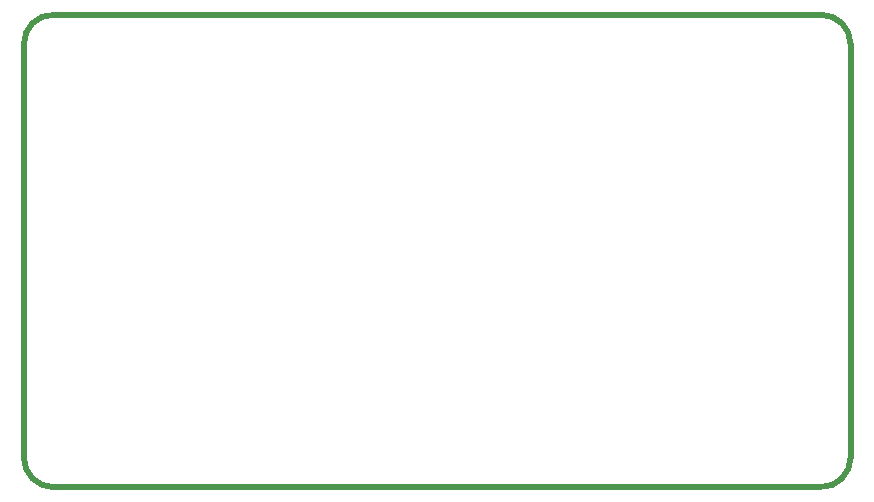
<source format=gko>
G04*
G04 #@! TF.GenerationSoftware,Altium Limited,Altium Designer,20.1.12 (249)*
G04*
G04 Layer_Color=16711935*
%FSLAX25Y25*%
%MOIN*%
G70*
G04*
G04 #@! TF.SameCoordinates,A652506B-AB3D-4D67-9082-2719BEE6B2AF*
G04*
G04*
G04 #@! TF.FilePolarity,Positive*
G04*
G01*
G75*
%ADD10C,0.01968*%
D10*
X9843Y157480D02*
G03*
X0Y147638I0J-9843D01*
G01*
Y9843D02*
G03*
X9843Y0I9842J-0D01*
G01*
X265748D02*
G03*
X275590Y9843I0J9842D01*
G01*
X275590Y147638D02*
G03*
X265748Y157480I-9842J0D01*
G01*
X9843D02*
X265748Y157480D01*
X0Y9843D02*
Y147638D01*
X9843Y0D02*
X265748D01*
X275590Y147638D02*
X275590Y9843D01*
M02*

</source>
